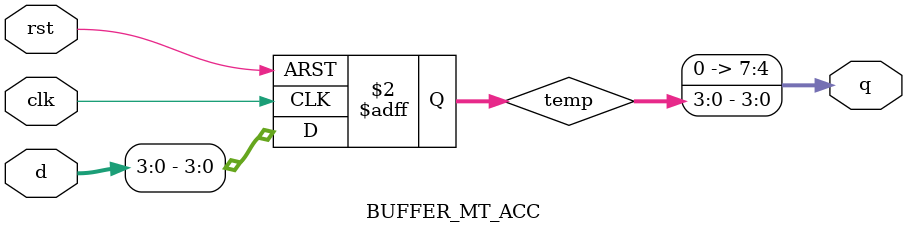
<source format=v>
module BUFFER_MT_ACC(
input clk,rst,
input [7:0] d,
output [7:0] q
);

reg [3:0] temp;
assign q = temp;

always @(posedge clk or posedge rst)
    begin
        if(rst)
            begin
                temp <= 0;
            end
        else
            begin
                temp <= d;
            end
    end 
endmodule 
</source>
